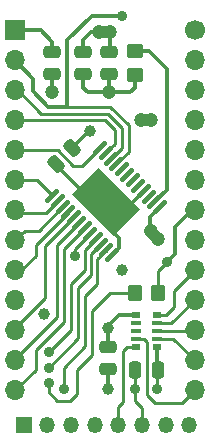
<source format=gbr>
%TF.GenerationSoftware,KiCad,Pcbnew,7.0.8*%
%TF.CreationDate,2024-04-19T17:39:30-04:00*%
%TF.ProjectId,rcl57_mcu,72636c35-375f-46d6-9375-2e6b69636164,rev?*%
%TF.SameCoordinates,Original*%
%TF.FileFunction,Copper,L4,Bot*%
%TF.FilePolarity,Positive*%
%FSLAX46Y46*%
G04 Gerber Fmt 4.6, Leading zero omitted, Abs format (unit mm)*
G04 Created by KiCad (PCBNEW 7.0.8) date 2024-04-19 17:39:30*
%MOMM*%
%LPD*%
G01*
G04 APERTURE LIST*
G04 Aperture macros list*
%AMRoundRect*
0 Rectangle with rounded corners*
0 $1 Rounding radius*
0 $2 $3 $4 $5 $6 $7 $8 $9 X,Y pos of 4 corners*
0 Add a 4 corners polygon primitive as box body*
4,1,4,$2,$3,$4,$5,$6,$7,$8,$9,$2,$3,0*
0 Add four circle primitives for the rounded corners*
1,1,$1+$1,$2,$3*
1,1,$1+$1,$4,$5*
1,1,$1+$1,$6,$7*
1,1,$1+$1,$8,$9*
0 Add four rect primitives between the rounded corners*
20,1,$1+$1,$2,$3,$4,$5,0*
20,1,$1+$1,$4,$5,$6,$7,0*
20,1,$1+$1,$6,$7,$8,$9,0*
20,1,$1+$1,$8,$9,$2,$3,0*%
%AMRotRect*
0 Rectangle, with rotation*
0 The origin of the aperture is its center*
0 $1 length*
0 $2 width*
0 $3 Rotation angle, in degrees counterclockwise*
0 Add horizontal line*
21,1,$1,$2,0,0,$3*%
G04 Aperture macros list end*
%TA.AperFunction,ComponentPad*%
%ADD10R,1.350000X1.350000*%
%TD*%
%TA.AperFunction,ComponentPad*%
%ADD11O,1.350000X1.350000*%
%TD*%
%TA.AperFunction,SMDPad,CuDef*%
%ADD12RoundRect,0.250000X0.350000X0.450000X-0.350000X0.450000X-0.350000X-0.450000X0.350000X-0.450000X0*%
%TD*%
%TA.AperFunction,SMDPad,CuDef*%
%ADD13RoundRect,0.250000X0.475000X-0.250000X0.475000X0.250000X-0.475000X0.250000X-0.475000X-0.250000X0*%
%TD*%
%TA.AperFunction,SMDPad,CuDef*%
%ADD14RoundRect,0.250000X-0.475000X0.250000X-0.475000X-0.250000X0.475000X-0.250000X0.475000X0.250000X0*%
%TD*%
%TA.AperFunction,SMDPad,CuDef*%
%ADD15R,0.800000X0.480000*%
%TD*%
%TA.AperFunction,SMDPad,CuDef*%
%ADD16R,0.900000X0.320000*%
%TD*%
%TA.AperFunction,SMDPad,CuDef*%
%ADD17RoundRect,0.250000X-0.159099X0.512652X-0.512652X0.159099X0.159099X-0.512652X0.512652X-0.159099X0*%
%TD*%
%TA.AperFunction,ComponentPad*%
%ADD18R,1.700000X1.700000*%
%TD*%
%TA.AperFunction,ComponentPad*%
%ADD19O,1.700000X1.700000*%
%TD*%
%TA.AperFunction,SMDPad,CuDef*%
%ADD20RoundRect,0.250000X-0.450000X0.350000X-0.450000X-0.350000X0.450000X-0.350000X0.450000X0.350000X0*%
%TD*%
%TA.AperFunction,SMDPad,CuDef*%
%ADD21RoundRect,0.100000X-0.388909X-0.530330X0.530330X0.388909X0.388909X0.530330X-0.530330X-0.388909X0*%
%TD*%
%TA.AperFunction,SMDPad,CuDef*%
%ADD22RotRect,3.200000X5.000000X45.000000*%
%TD*%
%TA.AperFunction,ComponentPad*%
%ADD23C,1.700000*%
%TD*%
%TA.AperFunction,SMDPad,CuDef*%
%ADD24RoundRect,0.250000X0.250000X0.475000X-0.250000X0.475000X-0.250000X-0.475000X0.250000X-0.475000X0*%
%TD*%
%TA.AperFunction,ViaPad*%
%ADD25C,0.900000*%
%TD*%
%TA.AperFunction,ViaPad*%
%ADD26C,1.200000*%
%TD*%
%TA.AperFunction,ViaPad*%
%ADD27C,1.000000*%
%TD*%
%TA.AperFunction,Conductor*%
%ADD28C,0.250000*%
%TD*%
%TA.AperFunction,Conductor*%
%ADD29C,0.300000*%
%TD*%
%TA.AperFunction,Conductor*%
%ADD30C,0.350000*%
%TD*%
%TA.AperFunction,Conductor*%
%ADD31C,1.000000*%
%TD*%
G04 APERTURE END LIST*
D10*
%TO.P,J3,1,Pin_1*%
%TO.N,/SWDIO*%
X137900000Y-115600000D03*
D11*
%TO.P,J3,2,Pin_2*%
%TO.N,/SWCLK*%
X139900000Y-115600000D03*
%TO.P,J3,3,Pin_3*%
%TO.N,/U1TXD*%
X141900000Y-115600000D03*
%TO.P,J3,4,Pin_4*%
%TO.N,/U1RXD*%
X143900000Y-115600000D03*
%TO.P,J3,5,Pin_5*%
%TO.N,/BOOT0*%
X145900000Y-115600000D03*
%TO.P,J3,6,Pin_6*%
%TO.N,/NRST*%
X147900000Y-115600000D03*
%TO.P,J3,7,Pin_7*%
%TO.N,+3V3*%
X149900000Y-115600000D03*
%TO.P,J3,8,Pin_8*%
%TO.N,GND*%
X151900000Y-115600000D03*
%TD*%
D12*
%TO.P,R4,1*%
%TO.N,/D12SD*%
X149300000Y-104400000D03*
%TO.P,R4,2*%
%TO.N,/DIRECT*%
X147300000Y-104400000D03*
%TD*%
D13*
%TO.P,C2,1*%
%TO.N,+3V3*%
X145000000Y-110850000D03*
%TO.P,C2,2*%
%TO.N,GND*%
X145000000Y-108950000D03*
%TD*%
D14*
%TO.P,C3,1*%
%TO.N,+3V3*%
X142900000Y-83950000D03*
%TO.P,C3,2*%
%TO.N,GND*%
X142900000Y-85850000D03*
%TD*%
%TO.P,C5,1*%
%TO.N,+BATT*%
X140300000Y-83950000D03*
%TO.P,C5,2*%
%TO.N,GND*%
X140300000Y-85850000D03*
%TD*%
D15*
%TO.P,RN1,1,R1*%
%TO.N,/K5*%
X149200000Y-106240000D03*
D16*
%TO.P,RN1,2,R2*%
%TO.N,/K4*%
X149200000Y-106960000D03*
%TO.P,RN1,3,R3*%
%TO.N,/K3*%
X149200000Y-107600000D03*
%TO.P,RN1,4,R4*%
%TO.N,/K2*%
X149200000Y-108240000D03*
D15*
%TO.P,RN1,5,common1*%
%TO.N,GND*%
X149200000Y-108960000D03*
%TO.P,RN1,6,R5*%
%TO.N,/BOOT0*%
X147400000Y-108960000D03*
D16*
%TO.P,RN1,7,R6*%
%TO.N,/K1*%
X147400000Y-108240000D03*
%TO.P,RN1,8,R7*%
%TO.N,unconnected-(RN1-R7-Pad8)*%
X147400000Y-107600000D03*
%TO.P,RN1,9,R8*%
%TO.N,unconnected-(RN1-R8-Pad9)*%
X147400000Y-106960000D03*
D15*
%TO.P,RN1,10,common2*%
%TO.N,GND*%
X147400000Y-106240000D03*
%TD*%
D14*
%TO.P,C6,1*%
%TO.N,+3V3*%
X145100000Y-83950000D03*
%TO.P,C6,2*%
%TO.N,GND*%
X145100000Y-85850000D03*
%TD*%
D17*
%TO.P,C4,1*%
%TO.N,+3V3*%
X141971751Y-92128249D03*
%TO.P,C4,2*%
%TO.N,GND*%
X140628249Y-93471751D03*
%TD*%
D18*
%TO.P,J1,1,Pin_1*%
%TO.N,+BATT*%
X137160000Y-82147058D03*
D19*
%TO.P,J1,2,Pin_2*%
%TO.N,/D1SP*%
X137160000Y-84687058D03*
%TO.P,J1,3,Pin_3*%
%TO.N,/D2*%
X137160000Y-87227058D03*
%TO.P,J1,4,Pin_4*%
%TO.N,/D3*%
X137160000Y-89767058D03*
%TO.P,J1,5,Pin_5*%
%TO.N,/D4*%
X137160000Y-92307058D03*
%TO.P,J1,6,Pin_6*%
%TO.N,/D5*%
X137160000Y-94847058D03*
%TO.P,J1,7,Pin_7*%
%TO.N,/D6*%
X137160000Y-97387058D03*
%TO.P,J1,8,Pin_8*%
%TO.N,/D7*%
X137160000Y-99927058D03*
%TO.P,J1,9,Pin_9*%
%TO.N,/D8*%
X137160000Y-102467058D03*
%TO.P,J1,10,Pin_10*%
%TO.N,GND*%
X137160000Y-105007058D03*
%TO.P,J1,11,Pin_11*%
%TO.N,/D9*%
X137160000Y-107547058D03*
%TO.P,J1,12,Pin_12*%
%TO.N,/D10*%
X137160000Y-110087058D03*
%TO.P,J1,13,Pin_13*%
%TO.N,/D11*%
X137160000Y-112627058D03*
%TD*%
D20*
%TO.P,R1,2*%
%TO.N,GND*%
X147300000Y-85900000D03*
%TO.P,R1,1*%
%TO.N,Net-(U2-IREF)*%
X147300000Y-83900000D03*
%TD*%
D21*
%TO.P,U2,1,GND*%
%TO.N,GND*%
X145354974Y-101207895D03*
%TO.P,U2,2,SIN*%
%TO.N,/SDATA*%
X144895354Y-100748275D03*
%TO.P,U2,3,SCLK*%
%TO.N,/SCLK*%
X144435735Y-100288656D03*
%TO.P,U2,4,LATCH*%
%TO.N,/LATCH*%
X143976116Y-99829037D03*
%TO.P,U2,5,OUT0*%
%TO.N,/D12SD*%
X143516496Y-99369417D03*
%TO.P,U2,6,OUT1*%
%TO.N,/D11*%
X143056877Y-98909798D03*
%TO.P,U2,7,OUT2*%
%TO.N,/D10*%
X142597257Y-98450178D03*
%TO.P,U2,8,OUT3*%
%TO.N,/D9*%
X142137638Y-97990559D03*
%TO.P,U2,9,OUT4*%
%TO.N,/D8*%
X141678018Y-97530939D03*
%TO.P,U2,10,OUT5*%
%TO.N,/D7*%
X141218399Y-97071320D03*
%TO.P,U2,11,OUT6*%
%TO.N,/D6*%
X140758780Y-96611701D03*
%TO.P,U2,12,OUT7*%
%TO.N,/D5*%
X140299160Y-96152081D03*
%TO.P,U2,13,OUT8*%
%TO.N,/D4*%
X144365024Y-92086217D03*
%TO.P,U2,14,OUT9*%
%TO.N,/D3*%
X144824644Y-92545837D03*
%TO.P,U2,15,OUT10*%
%TO.N,/D2*%
X145284263Y-93005456D03*
%TO.P,U2,16,OUT11*%
%TO.N,/D1SP*%
X145743882Y-93465075D03*
%TO.P,U2,17,OUT12*%
%TO.N,unconnected-(U2-OUT12-Pad17)*%
X146203502Y-93924695D03*
%TO.P,U2,18,OUT13*%
%TO.N,unconnected-(U2-OUT13-Pad18)*%
X146663121Y-94384314D03*
%TO.P,U2,19,OUT14*%
%TO.N,unconnected-(U2-OUT14-Pad19)*%
X147122741Y-94843934D03*
%TO.P,U2,20,OUT15*%
%TO.N,unconnected-(U2-OUT15-Pad20)*%
X147582360Y-95303553D03*
%TO.P,U2,21,BLANK*%
%TO.N,GND*%
X148041980Y-95763173D03*
%TO.P,U2,22,SOUT*%
%TO.N,unconnected-(U2-SOUT-Pad22)*%
X148501599Y-96222792D03*
%TO.P,U2,23,IREF*%
%TO.N,Net-(U2-IREF)*%
X148961218Y-96682411D03*
%TO.P,U2,24,VCC*%
%TO.N,+3V3*%
X149420838Y-97142031D03*
D22*
%TO.P,U2,25,GND*%
%TO.N,GND*%
X144859999Y-96647056D03*
%TD*%
D23*
%TO.P,J2,1,Pin_1*%
%TO.N,/SG*%
X152360000Y-82147056D03*
D19*
%TO.P,J2,2,Pin_2*%
%TO.N,/SF*%
X152360000Y-84687056D03*
%TO.P,J2,3,Pin_3*%
%TO.N,/SE*%
X152360000Y-87227056D03*
%TO.P,J2,4,Pin_4*%
%TO.N,/SC*%
X152360000Y-89767056D03*
%TO.P,J2,5,Pin_5*%
%TO.N,/SB*%
X152360000Y-92307056D03*
%TO.P,J2,6,Pin_6*%
%TO.N,/SA*%
X152360000Y-94847056D03*
%TO.P,J2,7,Pin_7*%
%TO.N,/D12SD*%
X152360000Y-97387056D03*
%TO.P,J2,8,Pin_8*%
%TO.N,unconnected-(J2-Pin_8-Pad8)*%
X152360000Y-99927056D03*
%TO.P,J2,9,Pin_9*%
%TO.N,/K5*%
X152360000Y-102467056D03*
%TO.P,J2,10,Pin_10*%
%TO.N,/K4*%
X152360000Y-105007056D03*
%TO.P,J2,11,Pin_11*%
%TO.N,/K3*%
X152360000Y-107547056D03*
%TO.P,J2,12,Pin_12*%
%TO.N,/K2*%
X152360000Y-110087056D03*
%TO.P,J2,13,Pin_13*%
%TO.N,/K1*%
X152360000Y-112627056D03*
%TD*%
D24*
%TO.P,C1,1*%
%TO.N,GND*%
X149250000Y-110900000D03*
%TO.P,C1,2*%
%TO.N,/NRST*%
X147350000Y-110900000D03*
%TD*%
D25*
%TO.N,GND*%
X149200000Y-112500000D03*
D26*
X145100000Y-87400000D03*
X140300000Y-87400000D03*
D27*
X145000000Y-107309585D03*
X146300000Y-98000000D03*
X143200000Y-95900000D03*
D26*
%TO.N,+3V3*%
X145200000Y-82300000D03*
X148700000Y-99100000D03*
D27*
X145000000Y-112500000D03*
D26*
X147800000Y-89700000D03*
X148700000Y-89700000D03*
D27*
X139600002Y-106200000D03*
D26*
X144300000Y-82300000D03*
X149300000Y-99800000D03*
D27*
X146200000Y-102400000D03*
X143500000Y-90700000D03*
D25*
%TO.N,/NRST*%
X147300000Y-112500000D03*
%TO.N,/D1SP*%
X146200000Y-80900000D03*
%TO.N,/D12SD*%
X150000000Y-101800000D03*
X142250000Y-101250000D03*
%TO.N,/LATCH*%
X140000000Y-109400000D03*
%TO.N,/SCLK*%
X139999994Y-110700000D03*
%TO.N,/SDATA*%
X141300000Y-112500000D03*
%TO.N,/DIRECT*%
X140000000Y-112000000D03*
%TD*%
D28*
%TO.N,/LATCH*%
X141900000Y-107500000D02*
X140000000Y-109400000D01*
X141900000Y-103600000D02*
X141900000Y-107500000D01*
X143100000Y-100705155D02*
X143100000Y-102400000D01*
X143984955Y-99820200D02*
X143100000Y-100705155D01*
X143100000Y-102400000D02*
X141900000Y-103600000D01*
%TO.N,/SDATA*%
X143100000Y-108900000D02*
X141300000Y-110700000D01*
X143100000Y-104600000D02*
X143100000Y-108900000D01*
X144100000Y-101543630D02*
X144100000Y-103600000D01*
X144904194Y-100739436D02*
X144100000Y-101543630D01*
X144100000Y-103600000D02*
X143100000Y-104600000D01*
X141300000Y-110700000D02*
X141300000Y-112500000D01*
%TO.N,/SCLK*%
X142500000Y-104000000D02*
X142500000Y-108199994D01*
X143600000Y-102900000D02*
X142500000Y-104000000D01*
X144444575Y-100279818D02*
X143600000Y-101124393D01*
X143600000Y-101124393D02*
X143600000Y-102900000D01*
X142500000Y-108199994D02*
X139999994Y-110700000D01*
%TO.N,/D6*%
X139770481Y-97600000D02*
X140767619Y-96602862D01*
X137372942Y-97600000D02*
X139770481Y-97600000D01*
X137160000Y-97387058D02*
X137372942Y-97600000D01*
%TO.N,/D4*%
X142851241Y-93600000D02*
X144365024Y-92086217D01*
X140807058Y-92307058D02*
X142100000Y-93600000D01*
X142100000Y-93600000D02*
X142851241Y-93600000D01*
X137160000Y-92307058D02*
X140807058Y-92307058D01*
D29*
%TO.N,/D12SD*%
X152112944Y-97387056D02*
X152360000Y-97387056D01*
X150700000Y-98800000D02*
X152112944Y-97387056D01*
X150700000Y-101100000D02*
X150700000Y-98800000D01*
X150000000Y-101800000D02*
X150700000Y-101100000D01*
%TO.N,Net-(U2-IREF)*%
X148500000Y-83900000D02*
X147300000Y-83900000D01*
X150000000Y-85400000D02*
X148500000Y-83900000D01*
X150000000Y-95643629D02*
X150000000Y-85400000D01*
X148961218Y-96682411D02*
X150000000Y-95643629D01*
D28*
%TO.N,/D9*%
X139700000Y-100428197D02*
X142146477Y-97981720D01*
X139700000Y-104800000D02*
X139700000Y-100428197D01*
X137160000Y-107340000D02*
X139700000Y-104800000D01*
X137160000Y-107547058D02*
X137160000Y-107340000D01*
%TO.N,/DIRECT*%
X145200000Y-104400000D02*
X147300000Y-104400000D01*
X143700000Y-105900000D02*
X145200000Y-104400000D01*
X143700000Y-109600000D02*
X143700000Y-105900000D01*
X142400000Y-110900000D02*
X143700000Y-109600000D01*
X140000000Y-112800000D02*
X140700000Y-113500000D01*
X140700000Y-113500000D02*
X141800000Y-113500000D01*
X142400000Y-112900000D02*
X142400000Y-110900000D01*
X140000000Y-112000000D02*
X140000000Y-112800000D01*
X141800000Y-113500000D02*
X142400000Y-112900000D01*
D29*
%TO.N,GND*%
X143500000Y-95900000D02*
X143200000Y-96900000D01*
X149200000Y-110850000D02*
X149250000Y-110900000D01*
D28*
X144859999Y-107309585D02*
X144890415Y-107309585D01*
D29*
X143200000Y-96900000D02*
X146000000Y-99700000D01*
X149200000Y-108960000D02*
X149200000Y-110850000D01*
D30*
X147300000Y-87000000D02*
X147300000Y-85900000D01*
D29*
X144890415Y-107309585D02*
X145960000Y-106240000D01*
D30*
X142900000Y-87000000D02*
X142900000Y-85850000D01*
D28*
X149200000Y-112500000D02*
X149200000Y-110950000D01*
D30*
X143000000Y-95900000D02*
X143500000Y-95900000D01*
X140628249Y-93528249D02*
X143000000Y-95900000D01*
D28*
X146500000Y-97305152D02*
X144905152Y-97305152D01*
D30*
X145100000Y-87400000D02*
X145100000Y-85850000D01*
X145100000Y-87400000D02*
X146900000Y-87400000D01*
D28*
X144905152Y-97305152D02*
X143500000Y-95900000D01*
D29*
X146000000Y-100562870D02*
X145363814Y-101199056D01*
D30*
X140300000Y-85850000D02*
X140300000Y-87400000D01*
D28*
X148033141Y-95772011D02*
X146500000Y-97305152D01*
D29*
X145960000Y-106240000D02*
X147400000Y-106240000D01*
X146000000Y-99700000D02*
X146000000Y-100562870D01*
D30*
X140628249Y-93471751D02*
X140628249Y-93528249D01*
X143300000Y-87400000D02*
X142900000Y-87000000D01*
D28*
X149200000Y-110950000D02*
X149250000Y-110900000D01*
D30*
X145000000Y-108950000D02*
X145000000Y-107449586D01*
X146900000Y-87400000D02*
X147300000Y-87000000D01*
X143300000Y-87400000D02*
X145100000Y-87400000D01*
X145000000Y-107449586D02*
X144859999Y-107309585D01*
%TO.N,+3V3*%
X145000000Y-112300000D02*
X144800000Y-112500000D01*
X142900000Y-83000000D02*
X142900000Y-83950000D01*
D29*
X148600000Y-97962869D02*
X149420838Y-97142031D01*
D30*
X143500000Y-90700000D02*
X143400000Y-90700000D01*
D29*
X148600000Y-99100000D02*
X148600000Y-97962869D01*
D30*
X144300000Y-82300000D02*
X143600000Y-82300000D01*
X145200000Y-82300000D02*
X145200000Y-83850000D01*
X143600000Y-82300000D02*
X142900000Y-83000000D01*
X145200000Y-83850000D02*
X145100000Y-83950000D01*
D31*
X149300000Y-99800000D02*
X148600000Y-99100000D01*
X144300000Y-82300000D02*
X145200000Y-82300000D01*
D30*
X145000000Y-110850000D02*
X145000000Y-112300000D01*
X143400000Y-90700000D02*
X141971751Y-92128249D01*
D31*
X147800000Y-89700000D02*
X148700000Y-89700000D01*
D30*
%TO.N,+BATT*%
X139347058Y-82147058D02*
X140300000Y-83100000D01*
X140300000Y-83100000D02*
X140300000Y-83950000D01*
X137160000Y-82147058D02*
X137160000Y-82160000D01*
X137160000Y-82147058D02*
X139347058Y-82147058D01*
D28*
%TO.N,/NRST*%
X147900000Y-114100000D02*
X147300000Y-113500000D01*
X147350000Y-112450000D02*
X147300000Y-112500000D01*
X147300000Y-113500000D02*
X147300000Y-112500000D01*
X147350000Y-110900000D02*
X147350000Y-112450000D01*
X147900000Y-115600000D02*
X147900000Y-114100000D01*
D29*
%TO.N,/D1SP*%
X138700000Y-86227057D02*
X137160000Y-84687057D01*
D28*
X146800000Y-90200000D02*
X145200000Y-88600000D01*
X145200000Y-88600000D02*
X141600000Y-88600000D01*
D29*
X141600000Y-83000000D02*
X143700000Y-80900000D01*
X138700000Y-87308148D02*
X138700000Y-86227057D01*
X141600000Y-88600000D02*
X141600000Y-83000000D01*
X139991852Y-88600000D02*
X138700000Y-87308148D01*
D28*
X146800000Y-92408958D02*
X146800000Y-90200000D01*
X145735044Y-93473914D02*
X146800000Y-92408958D01*
D29*
X141600000Y-88600000D02*
X139991852Y-88600000D01*
X143700000Y-80900000D02*
X146200000Y-80900000D01*
D28*
%TO.N,/D2*%
X145000000Y-89200000D02*
X139400000Y-89200000D01*
X146200000Y-92089719D02*
X146200000Y-90400000D01*
X137427058Y-87227058D02*
X137160000Y-87227058D01*
X145285705Y-93014295D02*
X145275424Y-93014295D01*
X139400000Y-89200000D02*
X137427058Y-87227058D01*
X145275424Y-93014295D02*
X146200000Y-92089719D01*
X146200000Y-90400000D02*
X145000000Y-89200000D01*
%TO.N,/D3*%
X145600000Y-91770481D02*
X144815805Y-92554676D01*
X137160000Y-89767058D02*
X144767058Y-89767058D01*
X144767058Y-89767058D02*
X145600000Y-90600000D01*
X145600000Y-90600000D02*
X145600000Y-91770481D01*
%TO.N,/D5*%
X137160000Y-94847058D02*
X139047058Y-94847058D01*
X140307999Y-96107999D02*
X140307999Y-96143242D01*
X139047058Y-94847058D02*
X140307999Y-96107999D01*
%TO.N,/D7*%
X139189719Y-99100000D02*
X141227238Y-97062481D01*
X137987054Y-99100000D02*
X139189719Y-99100000D01*
X137159997Y-99927057D02*
X137987054Y-99100000D01*
%TO.N,/D8*%
X141191027Y-98008973D02*
X141199985Y-98008973D01*
X137160000Y-102467058D02*
X137661139Y-102467058D01*
X138900000Y-100300000D02*
X141191027Y-98008973D01*
X141199985Y-98008973D02*
X141686857Y-97522101D01*
X138900000Y-101228197D02*
X138900000Y-100300000D01*
X137661139Y-102467058D02*
X138900000Y-101228197D01*
X137160000Y-102467056D02*
X137661142Y-102467056D01*
%TO.N,/D10*%
X137160000Y-109940000D02*
X140700000Y-106400000D01*
X137160000Y-110087058D02*
X137160000Y-109940000D01*
X140700000Y-106400000D02*
X140700000Y-100347435D01*
X140700000Y-100347435D02*
X142606096Y-98441339D01*
%TO.N,/D11*%
X141300000Y-100666675D02*
X143065716Y-98900959D01*
X137172942Y-112627058D02*
X138900000Y-110900000D01*
X138900000Y-110900000D02*
X138900000Y-109200000D01*
X137159999Y-112627058D02*
X137172942Y-112627058D01*
X141300000Y-106800000D02*
X141300000Y-100666675D01*
X138900000Y-109200000D02*
X141300000Y-106800000D01*
%TO.N,/SA*%
X152347056Y-94847056D02*
X152360000Y-94847056D01*
%TO.N,/D12SD*%
X152312944Y-97387056D02*
X152360000Y-97387056D01*
X149300000Y-102500000D02*
X150000000Y-101800000D01*
X142250000Y-100635913D02*
X142250000Y-101250000D01*
X143516496Y-99369417D02*
X142250000Y-100635913D01*
X149300000Y-104400000D02*
X149300000Y-102500000D01*
%TO.N,/K5*%
X149960000Y-106240000D02*
X150600000Y-105600000D01*
X150600000Y-105600000D02*
X150600000Y-104227056D01*
X150600000Y-104227056D02*
X152360000Y-102467056D01*
X152360000Y-102840000D02*
X152360000Y-102467056D01*
X149200000Y-106240000D02*
X149960000Y-106240000D01*
%TO.N,/K4*%
X150407056Y-106960000D02*
X152360000Y-105007056D01*
X149200000Y-106960000D02*
X150407056Y-106960000D01*
%TO.N,/K3*%
X149200000Y-107600000D02*
X152307056Y-107600000D01*
X152312944Y-107500000D02*
X152360000Y-107547056D01*
X152307056Y-107600000D02*
X152360000Y-107547056D01*
%TO.N,/K2*%
X152360000Y-110000000D02*
X152360000Y-110087056D01*
X150512944Y-108240000D02*
X152360000Y-110087056D01*
X149200000Y-108240000D02*
X150512944Y-108240000D01*
%TO.N,/K1*%
X147400000Y-108240000D02*
X148040000Y-108240000D01*
X148040000Y-108240000D02*
X148300000Y-108500000D01*
X148300000Y-108500000D02*
X148300000Y-113000000D01*
X151287056Y-113700000D02*
X152360000Y-112627056D01*
X149000000Y-113700000D02*
X151287056Y-113700000D01*
X148300000Y-113000000D02*
X149000000Y-113700000D01*
%TO.N,/BOOT0*%
X145900000Y-114000000D02*
X146300000Y-113600000D01*
X146640000Y-108960000D02*
X147400000Y-108960000D01*
X146300000Y-109300000D02*
X146640000Y-108960000D01*
X146300000Y-113600000D02*
X146300000Y-109300000D01*
X145900000Y-115600000D02*
X145900000Y-114000000D01*
%TD*%
M02*

</source>
